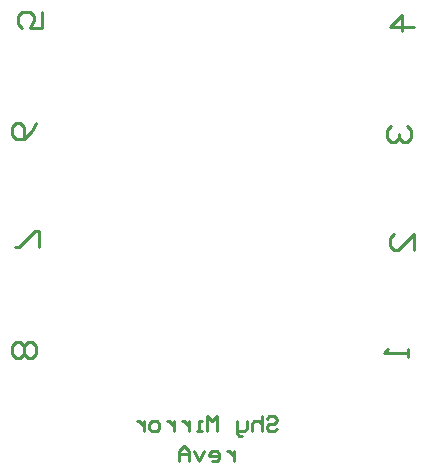
<source format=gbo>
G04*
G04 #@! TF.GenerationSoftware,Altium Limited,Altium Designer,21.8.1 (53)*
G04*
G04 Layer_Color=32896*
%FSLAX25Y25*%
%MOIN*%
G70*
G04*
G04 #@! TF.SameCoordinates,E365CCBF-B7D7-418C-B8C5-68AE61ABE827*
G04*
G04*
G04 #@! TF.FilePolarity,Positive*
G04*
G01*
G75*
%ADD11C,0.01000*%
D11*
X111997Y176334D02*
Y181666D01*
X110664D01*
X105333Y176334D01*
X104000D01*
X229335Y216666D02*
X228003Y215333D01*
Y212667D01*
X229335Y211334D01*
X230668D01*
X232001Y212667D01*
Y214000D01*
Y212667D01*
X233334Y211334D01*
X234667D01*
X236000Y212667D01*
Y215333D01*
X234667Y216666D01*
X237000Y249667D02*
X229003D01*
X233001Y253666D01*
Y248334D01*
X109664Y139334D02*
X110997Y140667D01*
Y143333D01*
X109664Y144666D01*
X108332D01*
X106999Y143333D01*
X105666Y144666D01*
X104333D01*
X103000Y143333D01*
Y140667D01*
X104333Y139334D01*
X105666D01*
X106999Y140667D01*
X108332Y139334D01*
X109664D01*
X106999Y140667D02*
Y143333D01*
X110997Y217666D02*
X109664Y215000D01*
X106999Y212334D01*
X104333D01*
X103000Y213667D01*
Y216333D01*
X104333Y217666D01*
X105666D01*
X106999Y216333D01*
Y212334D01*
X237000Y175334D02*
Y180666D01*
X231668Y175334D01*
X230335D01*
X229003Y176667D01*
Y179333D01*
X230335Y180666D01*
X112997Y254666D02*
Y249334D01*
X108999D01*
X110332Y252000D01*
Y253333D01*
X108999Y254666D01*
X106333D01*
X105000Y253333D01*
Y250667D01*
X106333Y249334D01*
X235000Y142333D02*
Y139667D01*
Y141000D01*
X227003D01*
X228335Y142333D01*
X187994Y119229D02*
X188827Y120063D01*
X190493D01*
X191326Y119229D01*
Y118396D01*
X190493Y117563D01*
X188827D01*
X187994Y116730D01*
Y115897D01*
X188827Y115064D01*
X190493D01*
X191326Y115897D01*
X186327Y120063D02*
Y115064D01*
Y117563D01*
X185494Y118396D01*
X183828D01*
X182995Y117563D01*
Y115064D01*
X181329Y118396D02*
Y115897D01*
X180496Y115064D01*
X177997D01*
Y114231D01*
X178830Y113398D01*
X179663D01*
X177997Y115064D02*
Y118396D01*
X171332Y115064D02*
Y120063D01*
X169666Y118396D01*
X168000Y120063D01*
Y115064D01*
X166334D02*
X164668D01*
X165501D01*
Y118396D01*
X166334D01*
X162169D02*
Y115064D01*
Y116730D01*
X161336Y117563D01*
X160502Y118396D01*
X159669D01*
X157170D02*
Y115064D01*
Y116730D01*
X156337Y117563D01*
X155504Y118396D01*
X154671D01*
X151339Y115064D02*
X149673D01*
X148839Y115897D01*
Y117563D01*
X149673Y118396D01*
X151339D01*
X152172Y117563D01*
Y115897D01*
X151339Y115064D01*
X147173Y118396D02*
Y115064D01*
Y116730D01*
X146340Y117563D01*
X145507Y118396D01*
X144674D01*
X177164Y108332D02*
Y105000D01*
Y106666D01*
X176331Y107499D01*
X175498Y108332D01*
X174664D01*
X169666Y105000D02*
X171332D01*
X172165Y105833D01*
Y107499D01*
X171332Y108332D01*
X169666D01*
X168833Y107499D01*
Y106666D01*
X172165D01*
X167167Y108332D02*
X165501Y105000D01*
X163835Y108332D01*
X162169Y105000D02*
Y108332D01*
X160502Y109998D01*
X158836Y108332D01*
Y105000D01*
Y107499D01*
X162169D01*
M02*

</source>
